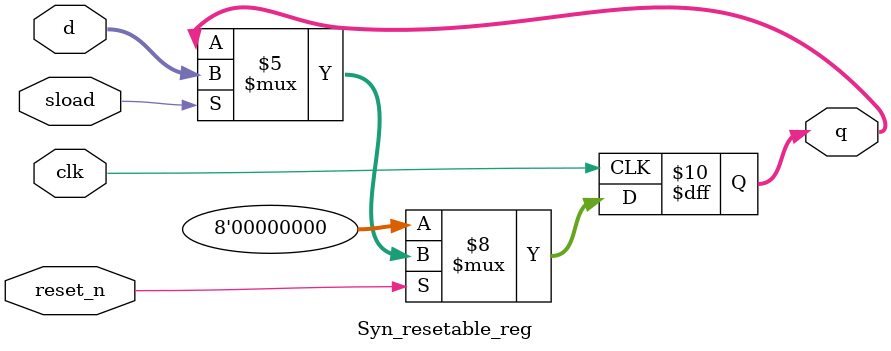
<source format=sv>
module Syn_resetable_reg(
input logic reset_n, sload, clk,
input logic [7:0]d,
output logic [7:0]q);

always_ff@(posedge clk)


if(reset_n==0)
q <= 0;

else if(sload == 1)
q <= d;

else 
q <= q;


endmodule

</source>
